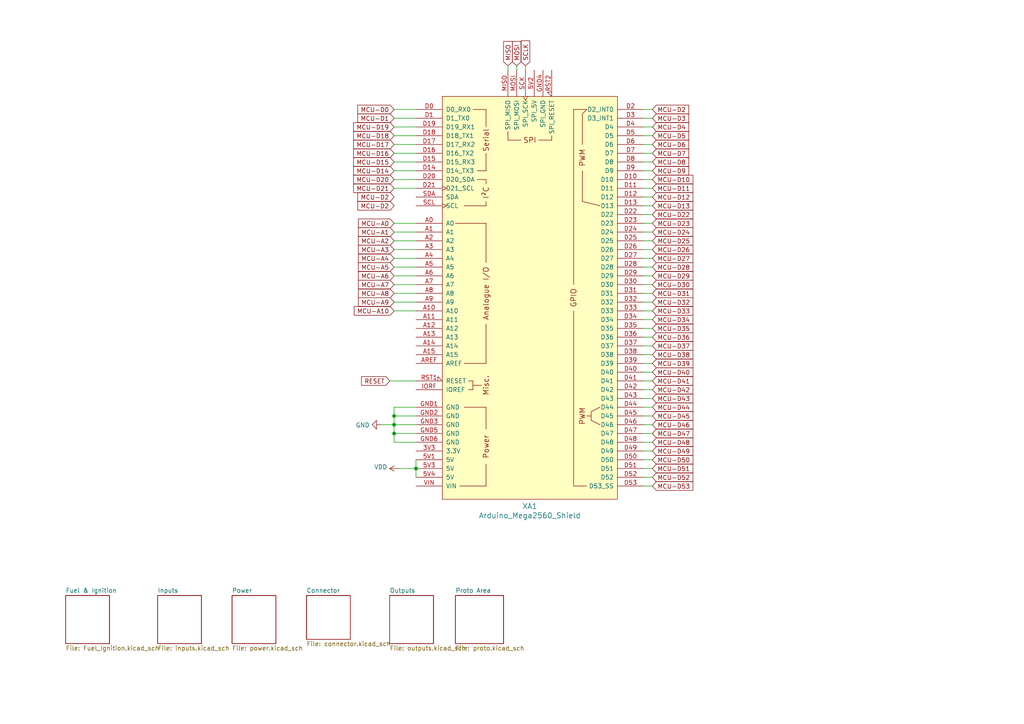
<source format=kicad_sch>
(kicad_sch (version 20250114) (generator "eeschema") (generator_version "9.0")
  (paper "A4")
  (title_block (title "0.4") (date "2021-03-27") (rev "4d") (company "Speeduino"))
  (lib_symbols
    (symbol "Arduino:Arduino_Mega2560_Shield" (pin_names (offset 1.016))
      (property "Reference" "XA" (at 2.54 0 90))
      (property "Value" "Arduino_Mega2560_Shield" (at -2.54 0 90))
      (symbol "Arduino_Mega2560_Shield_0_0"
        (rectangle (start -25.4 -58.42) (end 25.4 58.42) (fill (type background)))
        (polyline (pts (xy -21.59 21.59) (xy -12.7 21.59)))
        (rectangle (start -20.32 -54.61) (end -12.7 -54.61))
        (rectangle (start -19.05 26.67) (end -12.7 26.67))
        (rectangle (start -19.05 -19.05) (end -12.7 -19.05))
        (rectangle (start -19.05 -31.75) (end -12.7 -31.75))
        (rectangle (start -17.78 -24.13) (end -16.51 -24.13))
        (rectangle (start -17.78 -26.67) (end -16.51 -26.67))
        (rectangle (start -16.51 54.61) (end -12.7 54.61))
        (rectangle (start -16.51 -24.13) (end -16.51 -26.67))
        (rectangle (start -16.51 -25.4) (end -13.97 -25.4))
        (rectangle (start -15.24 36.83) (end -12.7 36.83))
        (rectangle (start -15.24 34.29) (end -12.7 34.29))
        (rectangle (start -12.7 49.53) (end -12.7 54.61))
        (rectangle (start -12.7 41.91) (end -12.7 36.83))
        (rectangle (start -12.7 34.29) (end -12.7 33.02))
        (rectangle (start -12.7 26.67) (end -12.7 27.94))
        (polyline (pts (xy -12.7 10.16) (xy -12.7 21.59)))
        (polyline (pts (xy -12.7 -19.05) (xy -12.7 -7.62)))
        (rectangle (start -12.7 -31.75) (end -12.7 -38.1))
        (rectangle (start -12.7 -54.61) (end -12.7 -48.26))
        (rectangle (start -6.35 48.26) (end -6.35 45.72))
        (rectangle (start -2.54 45.72) (end -6.35 45.72))
        (rectangle (start 6.35 46.99) (end 6.35 45.72))
        (rectangle (start 6.35 45.72) (end 2.54 45.72))
        (polyline (pts (xy 12.7 54.61) (xy 16.51 54.61)))
        (polyline (pts (xy 12.7 -54.61) (xy 16.51 -54.61)))
        (polyline (pts (xy 15.24 44.45) (xy 15.24 53.34) (xy 16.51 54.61)))
        (polyline (pts (xy 15.24 36.83) (xy 15.24 27.94) (xy 20.32 26.67)))
        (polyline (pts (xy 17.78 -34.29) (xy 16.51 -34.29)))
        (polyline (pts (xy 20.32 -31.75) (xy 17.78 -33.02) (xy 17.78 -35.56) (xy 20.32 -36.83)))
        (text "Serial" (at -12.7 45.72 900) (effects (font (size 1.524 1.524))))
        (text "I²C" (at -12.7 30.48 900) (effects (font (size 1.524 1.524))))
        (text "Analogue I/O" (at -12.7 1.27 900) (effects (font (size 1.524 1.524))))
        (text "Misc." (at -12.7 -25.4 900) (effects (font (size 1.524 1.524))))
        (text "Power" (at -12.7 -43.18 900) (effects (font (size 1.524 1.524))))
        (text "SPI" (at 0 45.72 0) (effects (font (size 1.524 1.524))))
        (text "PWM" (at 15.24 40.64 900) (effects (font (size 1.524 1.524))))
        (text "PWM" (at 15.24 -34.29 900) (effects (font (size 1.524 1.524))))
      )
      (symbol "Arduino_Mega2560_Shield_1_0"
        (rectangle (start 12.7 54.61) (end 12.7 3.81))
        (rectangle (start 12.7 -54.61) (end 12.7 -3.81))
        (text "GPIO" (at 12.7 0 900) (effects (font (size 1.524 1.524))))
      )
      (symbol "Arduino_Mega2560_Shield_1_1"
        (pin bidirectional line (at -33.02 54.61 0) (length 7.62) (name "D0_RX0") (number "D0"))
        (pin bidirectional line (at -33.02 52.07 0) (length 7.62) (name "D1_TX0") (number "D1"))
        (pin bidirectional line (at -33.02 49.53 0) (length 7.62) (name "D19_RX1") (number "D19"))
        (pin bidirectional line (at -33.02 46.99 0) (length 7.62) (name "D18_TX1") (number "D18"))
        (pin bidirectional line (at -33.02 44.45 0) (length 7.62) (name "D17_RX2") (number "D17"))
        (pin bidirectional line (at -33.02 41.91 0) (length 7.62) (name "D16_TX2") (number "D16"))
        (pin bidirectional line (at -33.02 39.37 0) (length 7.62) (name "D15_RX3") (number "D15"))
        (pin bidirectional line (at -33.02 36.83 0) (length 7.62) (name "D14_TX3") (number "D14"))
        (pin bidirectional line (at -33.02 34.29 0) (length 7.62) (name "D20_SDA") (number "D20"))
        (pin bidirectional clock (at -33.02 31.75 0) (length 7.62) (name "D21_SCL") (number "D21"))
        (pin bidirectional line (at -33.02 29.21 0) (length 7.62) (name "SDA") (number "SDA"))
        (pin bidirectional clock (at -33.02 26.67 0) (length 7.62) (name "SCL") (number "SCL"))
        (pin bidirectional line (at -33.02 21.59 0) (length 7.62) (name "A0") (number "A0"))
        (pin bidirectional line (at -33.02 19.05 0) (length 7.62) (name "A1") (number "A1"))
        (pin bidirectional line (at -33.02 16.51 0) (length 7.62) (name "A2") (number "A2"))
        (pin bidirectional line (at -33.02 13.97 0) (length 7.62) (name "A3") (number "A3"))
        (pin bidirectional line (at -33.02 11.43 0) (length 7.62) (name "A4") (number "A4"))
        (pin bidirectional line (at -33.02 8.89 0) (length 7.62) (name "A5") (number "A5"))
        (pin bidirectional line (at -33.02 6.35 0) (length 7.62) (name "A6") (number "A6"))
        (pin bidirectional line (at -33.02 3.81 0) (length 7.62) (name "A7") (number "A7"))
        (pin bidirectional line (at -33.02 1.27 0) (length 7.62) (name "A8") (number "A8"))
        (pin bidirectional line (at -33.02 -1.27 0) (length 7.62) (name "A9") (number "A9"))
        (pin bidirectional line (at -33.02 -3.81 0) (length 7.62) (name "A10") (number "A10"))
        (pin bidirectional line (at -33.02 -6.35 0) (length 7.62) (name "A11") (number "A11"))
        (pin bidirectional line (at -33.02 -8.89 0) (length 7.62) (name "A12") (number "A12"))
        (pin bidirectional line (at -33.02 -11.43 0) (length 7.62) (name "A13") (number "A13"))
        (pin bidirectional line (at -33.02 -13.97 0) (length 7.62) (name "A14") (number "A14"))
        (pin bidirectional line (at -33.02 -16.51 0) (length 7.62) (name "A15") (number "A15"))
        (pin input line (at -33.02 -19.05 0) (length 7.62) (name "AREF") (number "AREF"))
        (pin open_collector input_low (at -33.02 -24.13 0) (length 7.62) (name "RESET") (number "RST1"))
        (pin output line (at -33.02 -26.67 0) (length 7.62) (name "IOREF") (number "IORF"))
        (pin power_in line (at -33.02 -31.75 0) (length 7.62) (name "GND") (number "GND1"))
        (pin power_in line (at -33.02 -34.29 0) (length 7.62) (name "GND") (number "GND2"))
        (pin power_in line (at -33.02 -36.83 0) (length 7.62) (name "GND") (number "GND3"))
        (pin power_in line (at -33.02 -39.37 0) (length 7.62) (name "GND") (number "GND5"))
        (pin power_in line (at -33.02 -41.91 0) (length 7.62) (name "GND") (number "GND6"))
        (pin power_in line (at -33.02 -44.45 0) (length 7.62) (name "3.3V") (number "3V3"))
        (pin power_in line (at -33.02 -46.99 0) (length 7.62) (name "5V") (number "5V1"))
        (pin power_in line (at -33.02 -49.53 0) (length 7.62) (name "5V") (number "5V3"))
        (pin power_in line (at -33.02 -52.07 0) (length 7.62) (name "5V") (number "5V4"))
        (pin power_in line (at -33.02 -54.61 0) (length 7.62) (name "VIN") (number "VIN"))
        (pin input line (at -6.35 66.04 270) (length 7.62) (name "SPI_MISO") (number "MISO"))
        (pin output line (at -3.81 66.04 270) (length 7.62) (name "SPI_MOSI") (number "MOSI"))
        (pin output clock (at -1.27 66.04 270) (length 7.62) (name "SPI_SCK") (number "SCK"))
        (pin power_in line (at 1.27 66.04 270) (length 7.62) (name "SPI_5V") (number "5V2"))
        (pin power_in line (at 3.81 66.04 270) (length 7.62) (name "SPI_GND") (number "GND4"))
        (pin open_collector input_low (at 6.35 66.04 270) (length 7.62) (name "SPI_RESET") (number "RST2"))
        (pin bidirectional line (at 33.02 54.61 180) (length 7.62) (name "D2_INT0") (number "D2"))
        (pin bidirectional line (at 33.02 52.07 180) (length 7.62) (name "D3_INT1") (number "D3"))
        (pin bidirectional line (at 33.02 49.53 180) (length 7.62) (name "D4") (number "D4"))
        (pin bidirectional line (at 33.02 46.99 180) (length 7.62) (name "D5") (number "D5"))
        (pin bidirectional line (at 33.02 44.45 180) (length 7.62) (name "D6") (number "D6"))
        (pin bidirectional line (at 33.02 41.91 180) (length 7.62) (name "D7") (number "D7"))
        (pin bidirectional line (at 33.02 39.37 180) (length 7.62) (name "D8") (number "D8"))
        (pin bidirectional line (at 33.02 36.83 180) (length 7.62) (name "D9") (number "D9"))
        (pin bidirectional line (at 33.02 34.29 180) (length 7.62) (name "D10") (number "D10"))
        (pin bidirectional line (at 33.02 31.75 180) (length 7.62) (name "D11") (number "D11"))
        (pin bidirectional line (at 33.02 29.21 180) (length 7.62) (name "D12") (number "D12"))
        (pin bidirectional line (at 33.02 26.67 180) (length 7.62) (name "D13") (number "D13"))
        (pin bidirectional line (at 33.02 24.13 180) (length 7.62) (name "D22") (number "D22"))
        (pin bidirectional line (at 33.02 21.59 180) (length 7.62) (name "D23") (number "D23"))
        (pin bidirectional line (at 33.02 19.05 180) (length 7.62) (name "D24") (number "D24"))
        (pin bidirectional line (at 33.02 16.51 180) (length 7.62) (name "D25") (number "D25"))
        (pin bidirectional line (at 33.02 13.97 180) (length 7.62) (name "D26") (number "D26"))
        (pin bidirectional line (at 33.02 11.43 180) (length 7.62) (name "D27") (number "D27"))
        (pin bidirectional line (at 33.02 8.89 180) (length 7.62) (name "D28") (number "D28"))
        (pin bidirectional line (at 33.02 6.35 180) (length 7.62) (name "D29") (number "D29"))
        (pin bidirectional line (at 33.02 3.81 180) (length 7.62) (name "D30") (number "D30"))
        (pin bidirectional line (at 33.02 1.27 180) (length 7.62) (name "D31") (number "D31"))
        (pin bidirectional line (at 33.02 -1.27 180) (length 7.62) (name "D32") (number "D32"))
        (pin bidirectional line (at 33.02 -3.81 180) (length 7.62) (name "D33") (number "D33"))
        (pin bidirectional line (at 33.02 -6.35 180) (length 7.62) (name "D34") (number "D34"))
        (pin bidirectional line (at 33.02 -8.89 180) (length 7.62) (name "D35") (number "D35"))
        (pin bidirectional line (at 33.02 -11.43 180) (length 7.62) (name "D36") (number "D36"))
        (pin bidirectional line (at 33.02 -13.97 180) (length 7.62) (name "D37") (number "D37"))
        (pin bidirectional line (at 33.02 -16.51 180) (length 7.62) (name "D38") (number "D38"))
        (pin bidirectional line (at 33.02 -19.05 180) (length 7.62) (name "D39") (number "D39"))
        (pin bidirectional line (at 33.02 -21.59 180) (length 7.62) (name "D40") (number "D40"))
        (pin bidirectional line (at 33.02 -24.13 180) (length 7.62) (name "D41") (number "D41"))
        (pin bidirectional line (at 33.02 -26.67 180) (length 7.62) (name "D42") (number "D42"))
        (pin bidirectional line (at 33.02 -29.21 180) (length 7.62) (name "D43") (number "D43"))
        (pin bidirectional line (at 33.02 -31.75 180) (length 7.62) (name "D44") (number "D44"))
        (pin bidirectional line (at 33.02 -34.29 180) (length 7.62) (name "D45") (number "D45"))
        (pin bidirectional line (at 33.02 -36.83 180) (length 7.62) (name "D46") (number "D46"))
        (pin bidirectional line (at 33.02 -39.37 180) (length 7.62) (name "D47") (number "D47"))
        (pin bidirectional line (at 33.02 -41.91 180) (length 7.62) (name "D48") (number "D48"))
        (pin bidirectional line (at 33.02 -44.45 180) (length 7.62) (name "D49") (number "D49"))
        (pin bidirectional line (at 33.02 -46.99 180) (length 7.62) (name "D50") (number "D50"))
        (pin bidirectional line (at 33.02 -49.53 180) (length 7.62) (name "D51") (number "D51"))
        (pin bidirectional line (at 33.02 -52.07 180) (length 7.62) (name "D52") (number "D52"))
        (pin bidirectional line (at 33.02 -54.61 180) (length 7.62) (name "D53_SS") (number "D53"))
      )
    )
    (symbol "power:GND" (power) (pin_numbers (hide yes)) (pin_names (offset 0) (hide yes))
      (property "Value" "GND" (at 0 -3.81 0))
      (symbol "GND_0_1"
        (polyline (pts (xy 0 0) (xy 0 -1.27) (xy 1.27 -1.27) (xy 0 -2.54) (xy -1.27 -1.27) (xy 0 -1.27)))
      )
      (symbol "GND_1_1"
        (pin power_in line (at 0 0 270) (length 0) (name "~") (number "1"))
      )
    )
    (symbol "power:VDD" (power) (pin_numbers (hide yes)) (pin_names (offset 0) (hide yes))
      (property "Value" "VDD" (at 0 3.556 0))
      (symbol "VDD_0_1"
        (polyline (pts (xy -0.762 1.27) (xy 0 2.54)))
        (polyline (pts (xy 0 2.54) (xy 0.762 1.27)))
        (polyline (pts (xy 0 0) (xy 0 2.54)))
      )
      (symbol "VDD_1_1"
        (pin power_in line (at 0 0 90) (length 0) (name "~") (number "1"))
      )
    )
  )
  (junction (at 120.65 135.89))
  (junction (at 114.3 120.65))
  (junction (at 114.3 123.19))
  (junction (at 114.3 125.73))
  (wire (pts (xy 120.65 133.35) (xy 120.65 135.89)))
  (wire (pts (xy 152.4 19.05) (xy 152.4 20.32)))
  (wire (pts (xy 186.69 120.65) (xy 189.23 120.65)))
  (wire (pts (xy 120.65 69.85) (xy 114.3 69.85)))
  (wire (pts (xy 189.23 97.79) (xy 186.69 97.79)))
  (wire (pts (xy 186.69 80.01) (xy 189.23 80.01)))
  (wire (pts (xy 189.23 123.19) (xy 186.69 123.19)))
  (wire (pts (xy 120.65 118.11) (xy 114.3 118.11)))
  (wire (pts (xy 186.69 135.89) (xy 189.23 135.89)))
  (wire (pts (xy 114.3 46.99) (xy 120.65 46.99)))
  (wire (pts (xy 114.3 64.77) (xy 120.65 64.77)))
  (wire (pts (xy 186.69 36.83) (xy 189.23 36.83)))
  (wire (pts (xy 115.57 135.89) (xy 120.65 135.89)))
  (wire (pts (xy 189.23 72.39) (xy 186.69 72.39)))
  (wire (pts (xy 120.65 54.61) (xy 114.3 54.61)))
  (wire (pts (xy 189.23 92.71) (xy 186.69 92.71)))
  (wire (pts (xy 120.65 123.19) (xy 114.3 123.19)))
  (wire (pts (xy 189.23 138.43) (xy 186.69 138.43)))
  (wire (pts (xy 114.3 123.19) (xy 110.49 123.19)))
  (wire (pts (xy 189.23 44.45) (xy 186.69 44.45)))
  (wire (pts (xy 114.3 87.63) (xy 120.65 87.63)))
  (wire (pts (xy 189.23 77.47) (xy 186.69 77.47)))
  (wire (pts (xy 186.69 130.81) (xy 189.23 130.81)))
  (wire (pts (xy 186.69 74.93) (xy 189.23 74.93)))
  (wire (pts (xy 186.69 64.77) (xy 189.23 64.77)))
  (wire (pts (xy 189.23 118.11) (xy 186.69 118.11)))
  (wire (pts (xy 189.23 128.27) (xy 186.69 128.27)))
  (wire (pts (xy 186.69 85.09) (xy 189.23 85.09)))
  (wire (pts (xy 114.3 118.11) (xy 114.3 120.65)))
  (wire (pts (xy 189.23 82.55) (xy 186.69 82.55)))
  (wire (pts (xy 114.3 120.65) (xy 114.3 123.19)))
  (wire (pts (xy 189.23 67.31) (xy 186.69 67.31)))
  (wire (pts (xy 120.65 120.65) (xy 114.3 120.65)))
  (wire (pts (xy 114.3 125.73) (xy 114.3 123.19)))
  (wire (pts (xy 186.69 95.25) (xy 189.23 95.25)))
  (wire (pts (xy 114.3 41.91) (xy 120.65 41.91)))
  (wire (pts (xy 186.69 46.99) (xy 189.23 46.99)))
  (wire (pts (xy 120.65 128.27) (xy 114.3 128.27)))
  (wire (pts (xy 189.23 59.69) (xy 186.69 59.69)))
  (wire (pts (xy 114.3 52.07) (xy 120.65 52.07)))
  (wire (pts (xy 189.23 34.29) (xy 186.69 34.29)))
  (wire (pts (xy 120.65 49.53) (xy 114.3 49.53)))
  (wire (pts (xy 189.23 107.95) (xy 186.69 107.95)))
  (wire (pts (xy 186.69 140.97) (xy 189.23 140.97)))
  (wire (pts (xy 114.3 67.31) (xy 120.65 67.31)))
  (wire (pts (xy 113.03 110.49) (xy 120.65 110.49)))
  (wire (pts (xy 114.3 128.27) (xy 114.3 125.73)))
  (wire (pts (xy 186.69 52.07) (xy 189.23 52.07)))
  (wire (pts (xy 120.65 125.73) (xy 114.3 125.73)))
  (wire (pts (xy 114.3 72.39) (xy 120.65 72.39)))
  (wire (pts (xy 114.3 82.55) (xy 120.65 82.55)))
  (wire (pts (xy 114.3 77.47) (xy 120.65 77.47)))
  (wire (pts (xy 120.65 74.93) (xy 114.3 74.93)))
  (wire (pts (xy 186.69 110.49) (xy 189.23 110.49)))
  (wire (pts (xy 189.23 133.35) (xy 186.69 133.35)))
  (wire (pts (xy 120.65 90.17) (xy 114.3 90.17)))
  (wire (pts (xy 189.23 54.61) (xy 186.69 54.61)))
  (wire (pts (xy 189.23 49.53) (xy 186.69 49.53)))
  (wire (pts (xy 186.69 31.75) (xy 189.23 31.75)))
  (wire (pts (xy 120.65 85.09) (xy 114.3 85.09)))
  (wire (pts (xy 120.65 138.43) (xy 120.65 135.89)))
  (wire (pts (xy 120.65 80.01) (xy 114.3 80.01)))
  (wire (pts (xy 120.65 39.37) (xy 114.3 39.37)))
  (wire (pts (xy 186.69 90.17) (xy 189.23 90.17)))
  (wire (pts (xy 186.69 105.41) (xy 189.23 105.41)))
  (wire (pts (xy 120.65 34.29) (xy 114.3 34.29)))
  (wire (pts (xy 186.69 125.73) (xy 189.23 125.73)))
  (wire (pts (xy 189.23 62.23) (xy 186.69 62.23)))
  (wire (pts (xy 186.69 57.15) (xy 189.23 57.15)))
  (wire (pts (xy 186.69 41.91) (xy 189.23 41.91)))
  (wire (pts (xy 189.23 39.37) (xy 186.69 39.37)))
  (wire (pts (xy 114.3 36.83) (xy 120.65 36.83)))
  (wire (pts (xy 149.86 19.05) (xy 149.86 20.32)))
  (wire (pts (xy 189.23 113.03) (xy 186.69 113.03)))
  (wire (pts (xy 189.23 102.87) (xy 186.69 102.87)))
  (wire (pts (xy 186.69 69.85) (xy 189.23 69.85)))
  (wire (pts (xy 186.69 100.33) (xy 189.23 100.33)))
  (wire (pts (xy 120.65 44.45) (xy 114.3 44.45)))
  (wire (pts (xy 114.3 31.75) (xy 120.65 31.75)))
  (wire (pts (xy 147.32 19.05) (xy 147.32 20.32)))
  (wire (pts (xy 189.23 87.63) (xy 186.69 87.63)))
  (wire (pts (xy 186.69 115.57) (xy 189.23 115.57)))
  (global_label "MCU-D49" (shape input) (at 189.23 130.81 0) (property "Intersheetrefs" "${INTERSHEET_REFS}" (effects (hide yes))))
  (global_label "MCU-D15" (shape input) (at 114.3 46.99 180) (property "Intersheetrefs" "${INTERSHEET_REFS}" (effects (hide yes))))
  (global_label "MCU-A6" (shape input) (at 114.3 80.01 180) (property "Intersheetrefs" "${INTERSHEET_REFS}" (effects (hide yes))))
  (global_label "MCU-D34" (shape input) (at 189.23 92.71 0) (property "Intersheetrefs" "${INTERSHEET_REFS}" (effects (hide yes))))
  (global_label "MCU-D6" (shape input) (at 189.23 41.91 0) (property "Intersheetrefs" "${INTERSHEET_REFS}" (effects (hide yes))))
  (global_label "MCU-D29" (shape input) (at 189.23 80.01 0) (property "Intersheetrefs" "${INTERSHEET_REFS}" (effects (hide yes))))
  (global_label "MCU-D27" (shape input) (at 189.23 74.93 0) (property "Intersheetrefs" "${INTERSHEET_REFS}" (effects (hide yes))))
  (global_label "MCU-D13" (shape input) (at 189.23 59.69 0) (property "Intersheetrefs" "${INTERSHEET_REFS}" (effects (hide yes))))
  (global_label "MCU-D35" (shape input) (at 189.23 95.25 0) (property "Intersheetrefs" "${INTERSHEET_REFS}" (effects (hide yes))))
  (global_label "MCU-A7" (shape input) (at 114.3 82.55 180) (property "Intersheetrefs" "${INTERSHEET_REFS}" (effects (hide yes))))
  (global_label "MCU-A0" (shape input) (at 114.3 64.77 180) (property "Intersheetrefs" "${INTERSHEET_REFS}" (effects (hide yes))))
  (global_label "MCU-D10" (shape input) (at 189.23 52.07 0) (property "Intersheetrefs" "${INTERSHEET_REFS}" (effects (hide yes))))
  (global_label "MCU-A8" (shape input) (at 114.3 85.09 180) (property "Intersheetrefs" "${INTERSHEET_REFS}" (effects (hide yes))))
  (global_label "MCU-D1" (shape input) (at 114.3 34.29 180) (property "Intersheetrefs" "${INTERSHEET_REFS}" (effects (hide yes))))
  (global_label "MCU-A4" (shape input) (at 114.3 74.93 180) (property "Intersheetrefs" "${INTERSHEET_REFS}" (effects (hide yes))))
  (global_label "MCU-D3" (shape input) (at 189.23 34.29 0) (property "Intersheetrefs" "${INTERSHEET_REFS}" (effects (hide yes))))
  (global_label "MCU-D42" (shape input) (at 189.23 113.03 0) (property "Intersheetrefs" "${INTERSHEET_REFS}" (effects (hide yes))))
  (global_label "MCU-D7" (shape input) (at 189.23 44.45 0) (property "Intersheetrefs" "${INTERSHEET_REFS}" (effects (hide yes))))
  (global_label "MCU-D31" (shape input) (at 189.23 85.09 0) (property "Intersheetrefs" "${INTERSHEET_REFS}" (effects (hide yes))))
  (global_label "MCU-D20" (shape input) (at 114.3 52.07 180) (property "Intersheetrefs" "${INTERSHEET_REFS}" (effects (hide yes))))
  (global_label "MCU-D39" (shape input) (at 189.23 105.41 0) (property "Intersheetrefs" "${INTERSHEET_REFS}" (effects (hide yes))))
  (global_label "MCU-D28" (shape input) (at 189.23 77.47 0) (property "Intersheetrefs" "${INTERSHEET_REFS}" (effects (hide yes))))
  (global_label "MCU-D41" (shape input) (at 189.23 110.49 0) (property "Intersheetrefs" "${INTERSHEET_REFS}" (effects (hide yes))))
  (global_label "MCU-D4" (shape input) (at 189.23 36.83 0) (property "Intersheetrefs" "${INTERSHEET_REFS}" (effects (hide yes))))
  (global_label "MCU-A10" (shape input) (at 114.3 90.17 180) (property "Intersheetrefs" "${INTERSHEET_REFS}" (effects (hide yes))))
  (global_label "MCU-D32" (shape input) (at 189.23 87.63 0) (property "Intersheetrefs" "${INTERSHEET_REFS}" (effects (hide yes))))
  (global_label "MCU-D47" (shape input) (at 189.23 125.73 0) (property "Intersheetrefs" "${INTERSHEET_REFS}" (effects (hide yes))))
  (global_label "MCU-A3" (shape input) (at 114.3 72.39 180) (property "Intersheetrefs" "${INTERSHEET_REFS}" (effects (hide yes))))
  (global_label "MCU-D25" (shape input) (at 189.23 69.85 0) (property "Intersheetrefs" "${INTERSHEET_REFS}" (effects (hide yes))))
  (global_label "MOSI" (shape input) (at 149.86 19.05 90) (property "Intersheetrefs" "${INTERSHEET_REFS}" (effects (hide yes))))
  (global_label "MCU-D21" (shape input) (at 114.3 54.61 180) (property "Intersheetrefs" "${INTERSHEET_REFS}" (effects (hide yes))))
  (global_label "MCU-D2" (shape input) (at 114.3 59.69 180) (property "Intersheetrefs" "${INTERSHEET_REFS}" (effects (hide yes))))
  (global_label "MCU-D36" (shape input) (at 189.23 97.79 0) (property "Intersheetrefs" "${INTERSHEET_REFS}" (effects (hide yes))))
  (global_label "MCU-D30" (shape input) (at 189.23 82.55 0) (property "Intersheetrefs" "${INTERSHEET_REFS}" (effects (hide yes))))
  (global_label "MCU-D50" (shape input) (at 189.23 133.35 0) (property "Intersheetrefs" "${INTERSHEET_REFS}" (effects (hide yes))))
  (global_label "MCU-D33" (shape input) (at 189.23 90.17 0) (property "Intersheetrefs" "${INTERSHEET_REFS}" (effects (hide yes))))
  (global_label "MCU-A2" (shape input) (at 114.3 69.85 180) (property "Intersheetrefs" "${INTERSHEET_REFS}" (effects (hide yes))))
  (global_label "MCU-D48" (shape input) (at 189.23 128.27 0) (property "Intersheetrefs" "${INTERSHEET_REFS}" (effects (hide yes))))
  (global_label "MCU-D17" (shape input) (at 114.3 41.91 180) (property "Intersheetrefs" "${INTERSHEET_REFS}" (effects (hide yes))))
  (global_label "MCU-A5" (shape input) (at 114.3 77.47 180) (property "Intersheetrefs" "${INTERSHEET_REFS}" (effects (hide yes))))
  (global_label "MCU-D40" (shape input) (at 189.23 107.95 0) (property "Intersheetrefs" "${INTERSHEET_REFS}" (effects (hide yes))))
  (global_label "MCU-D53" (shape input) (at 189.23 140.97 0) (property "Intersheetrefs" "${INTERSHEET_REFS}" (effects (hide yes))))
  (global_label "MCU-A1" (shape input) (at 114.3 67.31 180) (property "Intersheetrefs" "${INTERSHEET_REFS}" (effects (hide yes))))
  (global_label "MCU-D5" (shape input) (at 189.23 39.37 0) (property "Intersheetrefs" "${INTERSHEET_REFS}" (effects (hide yes))))
  (global_label "MCU-D12" (shape input) (at 189.23 57.15 0) (property "Intersheetrefs" "${INTERSHEET_REFS}" (effects (hide yes))))
  (global_label "MCU-D44" (shape input) (at 189.23 118.11 0) (property "Intersheetrefs" "${INTERSHEET_REFS}" (effects (hide yes))))
  (global_label "MCU-D22" (shape input) (at 189.23 62.23 0) (property "Intersheetrefs" "${INTERSHEET_REFS}" (effects (hide yes))))
  (global_label "MCU-D51" (shape input) (at 189.23 135.89 0) (property "Intersheetrefs" "${INTERSHEET_REFS}" (effects (hide yes))))
  (global_label "SCLK" (shape input) (at 152.4 19.05 90) (property "Intersheetrefs" "${INTERSHEET_REFS}" (effects (hide yes))))
  (global_label "MCU-D23" (shape input) (at 189.23 64.77 0) (property "Intersheetrefs" "${INTERSHEET_REFS}" (effects (hide yes))))
  (global_label "MCU-D46" (shape input) (at 189.23 123.19 0) (property "Intersheetrefs" "${INTERSHEET_REFS}" (effects (hide yes))))
  (global_label "MCU-D45" (shape input) (at 189.23 120.65 0) (property "Intersheetrefs" "${INTERSHEET_REFS}" (effects (hide yes))))
  (global_label "MCU-D8" (shape input) (at 189.23 46.99 0) (property "Intersheetrefs" "${INTERSHEET_REFS}" (effects (hide yes))))
  (global_label "MCU-D43" (shape input) (at 189.23 115.57 0) (property "Intersheetrefs" "${INTERSHEET_REFS}" (effects (hide yes))))
  (global_label "MCU-D0" (shape input) (at 114.3 31.75 180) (property "Intersheetrefs" "${INTERSHEET_REFS}" (effects (hide yes))))
  (global_label "MCU-A9" (shape input) (at 114.3 87.63 180) (property "Intersheetrefs" "${INTERSHEET_REFS}" (effects (hide yes))))
  (global_label "MCU-D26" (shape input) (at 189.23 72.39 0) (property "Intersheetrefs" "${INTERSHEET_REFS}" (effects (hide yes))))
  (global_label "MCU-D14" (shape input) (at 114.3 49.53 180) (property "Intersheetrefs" "${INTERSHEET_REFS}" (effects (hide yes))))
  (global_label "MISO" (shape input) (at 147.32 19.05 90) (property "Intersheetrefs" "${INTERSHEET_REFS}" (effects (hide yes))))
  (global_label "RESET" (shape input) (at 113.03 110.49 180) (property "Intersheetrefs" "${INTERSHEET_REFS}" (effects (hide yes))))
  (global_label "MCU-D9" (shape input) (at 189.23 49.53 0) (property "Intersheetrefs" "${INTERSHEET_REFS}" (effects (hide yes))))
  (global_label "MCU-D38" (shape input) (at 189.23 102.87 0) (property "Intersheetrefs" "${INTERSHEET_REFS}" (effects (hide yes))))
  (global_label "MCU-D2" (shape input) (at 114.3 57.15 180) (property "Intersheetrefs" "${INTERSHEET_REFS}" (effects (hide yes))))
  (global_label "MCU-D52" (shape input) (at 189.23 138.43 0) (property "Intersheetrefs" "${INTERSHEET_REFS}" (effects (hide yes))))
  (global_label "MCU-D2" (shape input) (at 189.23 31.75 0) (property "Intersheetrefs" "${INTERSHEET_REFS}" (effects (hide yes))))
  (global_label "MCU-D24" (shape input) (at 189.23 67.31 0) (property "Intersheetrefs" "${INTERSHEET_REFS}" (effects (hide yes))))
  (global_label "MCU-D16" (shape input) (at 114.3 44.45 180) (property "Intersheetrefs" "${INTERSHEET_REFS}" (effects (hide yes))))
  (global_label "MCU-D18" (shape input) (at 114.3 39.37 180) (property "Intersheetrefs" "${INTERSHEET_REFS}" (effects (hide yes))))
  (global_label "MCU-D19" (shape input) (at 114.3 36.83 180) (property "Intersheetrefs" "${INTERSHEET_REFS}" (effects (hide yes))))
  (global_label "MCU-D11" (shape input) (at 189.23 54.61 0) (property "Intersheetrefs" "${INTERSHEET_REFS}" (effects (hide yes))))
  (global_label "MCU-D37" (shape input) (at 189.23 100.33 0) (property "Intersheetrefs" "${INTERSHEET_REFS}" (effects (hide yes))))
  (symbol (lib_id "Arduino:Arduino_Mega2560_Shield") (at 153.67 86.36 0) (unit 1)
    (property "Reference" "XA1" (at 153.67 146.8374 0) (effects (font (size 1.524 1.524))))
    (property "Value" "Arduino_Mega2560_Shield" (at 153.67 149.5298 0) (effects (font (size 1.524 1.524))))
    (property "Footprint" "Shields:Arduino_Mega2560_Shield_IO_Only" (effects (hide yes)))
  )
  (symbol (lib_id "power:GND") (at 110.49 123.19 270) (unit 1)
    (property "Reference" "#PWR01" (effects (hide yes)))
    (property "Value" "GND" (at 107.2388 123.317 90) (effects (justify right)))
  )
  (symbol (lib_id "power:VDD") (at 115.57 135.89 90) (unit 1)
    (property "Reference" "#PWR02" (effects (hide yes)))
    (property "Value" "VDD" (at 112.3442 135.4328 90) (effects (justify left)))
  )
  (sheet (at 19.05 172.72) (size 12.7 13.97)
    (property "Sheetname" "Fuel & Ignition" (at 19.05 172.0084 0) (effects (justify left bottom)))
    (property "Sheetfile" "Fuel_Ignition.kicad_sch" (at 19.05 187.2746 0) (effects (justify left top)))
  )
  (sheet (at 45.72 172.72) (size 12.7 13.97)
    (property "Sheetname" "Inputs" (at 45.72 172.0084 0) (effects (justify left bottom)))
    (property "Sheetfile" "inputs.kicad_sch" (at 45.72 187.2746 0) (effects (justify left top)))
  )
  (sheet (at 67.31 172.72) (size 12.7 13.97)
    (property "Sheetname" "Power" (at 67.31 172.0084 0) (effects (justify left bottom)))
    (property "Sheetfile" "power.kicad_sch" (at 67.31 187.2746 0) (effects (justify left top)))
  )
  (sheet (at 88.9 172.72) (size 12.7 12.7)
    (property "Sheetname" "Connector" (at 88.9 172.0084 0) (effects (justify left bottom)))
    (property "Sheetfile" "connector.kicad_sch" (at 88.9 186.0046 0) (effects (justify left top)))
  )
  (sheet (at 113.03 172.72) (size 12.7 13.97)
    (property "Sheetname" "Outputs" (at 113.03 172.0084 0) (effects (justify left bottom)))
    (property "Sheetfile" "outputs.kicad_sch" (at 113.03 187.2746 0) (effects (justify left top)))
  )
  (sheet (at 132.08 172.72) (size 13.97 13.97)
    (property "Sheetname" "Proto Area" (at 132.08 172.0084 0) (effects (justify left bottom)))
    (property "Sheetfile" "proto.kicad_sch" (at 132.08 187.2746 0) (effects (justify left top)))
  )
)
</source>
